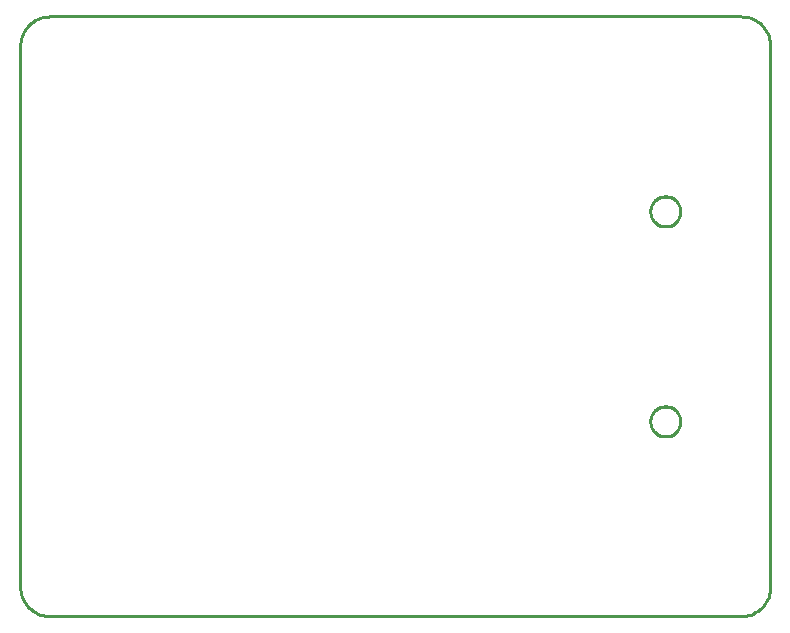
<source format=gbr>
G04 EAGLE Gerber RS-274X export*
G75*
%MOMM*%
%FSLAX34Y34*%
%LPD*%
%IN*%
%IPPOS*%
%AMOC8*
5,1,8,0,0,1.08239X$1,22.5*%
G01*
%ADD10C,0.254000*%


D10*
X-317500Y-228600D02*
X-317403Y-230814D01*
X-317114Y-233011D01*
X-316635Y-235174D01*
X-315968Y-237287D01*
X-315120Y-239335D01*
X-314097Y-241300D01*
X-312906Y-243169D01*
X-311558Y-244927D01*
X-310061Y-246561D01*
X-308427Y-248058D01*
X-306669Y-249406D01*
X-304800Y-250597D01*
X-302835Y-251620D01*
X-300787Y-252468D01*
X-298674Y-253135D01*
X-296511Y-253614D01*
X-294314Y-253903D01*
X-292100Y-254000D01*
X292100Y-254000D01*
X294314Y-253903D01*
X296511Y-253614D01*
X298674Y-253135D01*
X300787Y-252468D01*
X302835Y-251620D01*
X304800Y-250597D01*
X306669Y-249406D01*
X308427Y-248058D01*
X310061Y-246561D01*
X311558Y-244927D01*
X312906Y-243169D01*
X314097Y-241300D01*
X315120Y-239335D01*
X315968Y-237287D01*
X316635Y-235174D01*
X317114Y-233011D01*
X317403Y-230814D01*
X317500Y-228600D01*
X317500Y228600D01*
X317403Y230814D01*
X317114Y233011D01*
X316635Y235174D01*
X315968Y237287D01*
X315120Y239335D01*
X314097Y241300D01*
X312906Y243169D01*
X311558Y244927D01*
X310061Y246561D01*
X308427Y248058D01*
X306669Y249406D01*
X304800Y250597D01*
X302835Y251620D01*
X300787Y252468D01*
X298674Y253135D01*
X296511Y253614D01*
X294314Y253903D01*
X292100Y254000D01*
X-292100Y254000D01*
X-294314Y253903D01*
X-296511Y253614D01*
X-298674Y253135D01*
X-300787Y252468D01*
X-302835Y251620D01*
X-304800Y250597D01*
X-306669Y249406D01*
X-308427Y248058D01*
X-310061Y246561D01*
X-311558Y244927D01*
X-312906Y243169D01*
X-314097Y241300D01*
X-315120Y239335D01*
X-315968Y237287D01*
X-316635Y235174D01*
X-317114Y233011D01*
X-317403Y230814D01*
X-317500Y228600D01*
X-317500Y-228600D01*
X241300Y88401D02*
X241222Y87406D01*
X241066Y86420D01*
X240833Y85450D01*
X240524Y84501D01*
X240142Y83579D01*
X239689Y82690D01*
X239168Y81839D01*
X238581Y81031D01*
X237933Y80273D01*
X237227Y79567D01*
X236469Y78919D01*
X235661Y78332D01*
X234810Y77811D01*
X233921Y77358D01*
X232999Y76976D01*
X232050Y76667D01*
X231080Y76434D01*
X230094Y76278D01*
X229099Y76200D01*
X228101Y76200D01*
X227106Y76278D01*
X226120Y76434D01*
X225150Y76667D01*
X224201Y76976D01*
X223279Y77358D01*
X222390Y77811D01*
X221539Y78332D01*
X220731Y78919D01*
X219973Y79567D01*
X219267Y80273D01*
X218619Y81031D01*
X218032Y81839D01*
X217511Y82690D01*
X217058Y83579D01*
X216676Y84501D01*
X216367Y85450D01*
X216134Y86420D01*
X215978Y87406D01*
X215900Y88401D01*
X215900Y89399D01*
X215978Y90394D01*
X216134Y91380D01*
X216367Y92350D01*
X216676Y93299D01*
X217058Y94221D01*
X217511Y95110D01*
X218032Y95961D01*
X218619Y96769D01*
X219267Y97527D01*
X219973Y98233D01*
X220731Y98881D01*
X221539Y99468D01*
X222390Y99989D01*
X223279Y100442D01*
X224201Y100824D01*
X225150Y101133D01*
X226120Y101366D01*
X227106Y101522D01*
X228101Y101600D01*
X229099Y101600D01*
X230094Y101522D01*
X231080Y101366D01*
X232050Y101133D01*
X232999Y100824D01*
X233921Y100442D01*
X234810Y99989D01*
X235661Y99468D01*
X236469Y98881D01*
X237227Y98233D01*
X237933Y97527D01*
X238581Y96769D01*
X239168Y95961D01*
X239689Y95110D01*
X240142Y94221D01*
X240524Y93299D01*
X240833Y92350D01*
X241066Y91380D01*
X241222Y90394D01*
X241300Y89399D01*
X241300Y88401D01*
X241300Y-89399D02*
X241222Y-90394D01*
X241066Y-91380D01*
X240833Y-92350D01*
X240524Y-93299D01*
X240142Y-94221D01*
X239689Y-95110D01*
X239168Y-95961D01*
X238581Y-96769D01*
X237933Y-97527D01*
X237227Y-98233D01*
X236469Y-98881D01*
X235661Y-99468D01*
X234810Y-99989D01*
X233921Y-100442D01*
X232999Y-100824D01*
X232050Y-101133D01*
X231080Y-101366D01*
X230094Y-101522D01*
X229099Y-101600D01*
X228101Y-101600D01*
X227106Y-101522D01*
X226120Y-101366D01*
X225150Y-101133D01*
X224201Y-100824D01*
X223279Y-100442D01*
X222390Y-99989D01*
X221539Y-99468D01*
X220731Y-98881D01*
X219973Y-98233D01*
X219267Y-97527D01*
X218619Y-96769D01*
X218032Y-95961D01*
X217511Y-95110D01*
X217058Y-94221D01*
X216676Y-93299D01*
X216367Y-92350D01*
X216134Y-91380D01*
X215978Y-90394D01*
X215900Y-89399D01*
X215900Y-88401D01*
X215978Y-87406D01*
X216134Y-86420D01*
X216367Y-85450D01*
X216676Y-84501D01*
X217058Y-83579D01*
X217511Y-82690D01*
X218032Y-81839D01*
X218619Y-81031D01*
X219267Y-80273D01*
X219973Y-79567D01*
X220731Y-78919D01*
X221539Y-78332D01*
X222390Y-77811D01*
X223279Y-77358D01*
X224201Y-76976D01*
X225150Y-76667D01*
X226120Y-76434D01*
X227106Y-76278D01*
X228101Y-76200D01*
X229099Y-76200D01*
X230094Y-76278D01*
X231080Y-76434D01*
X232050Y-76667D01*
X232999Y-76976D01*
X233921Y-77358D01*
X234810Y-77811D01*
X235661Y-78332D01*
X236469Y-78919D01*
X237227Y-79567D01*
X237933Y-80273D01*
X238581Y-81031D01*
X239168Y-81839D01*
X239689Y-82690D01*
X240142Y-83579D01*
X240524Y-84501D01*
X240833Y-85450D01*
X241066Y-86420D01*
X241222Y-87406D01*
X241300Y-88401D01*
X241300Y-89399D01*
M02*

</source>
